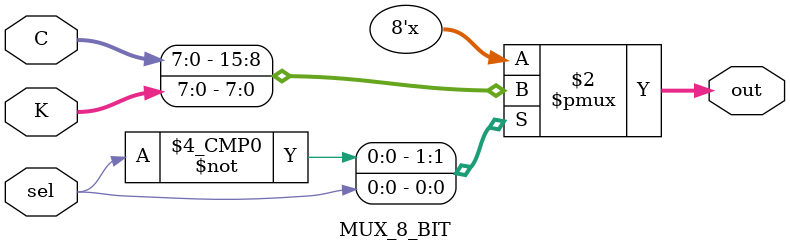
<source format=v>
module MUX_8_BIT(
    input sel,
    input [7:0]C,
    input [7:0]K,
    output reg [7:0]out
    );
    
    always @ * begin
        case(sel)
            'b0: out =  C;
            'b1: out =  K;
        endcase
    end
    
endmodule

</source>
